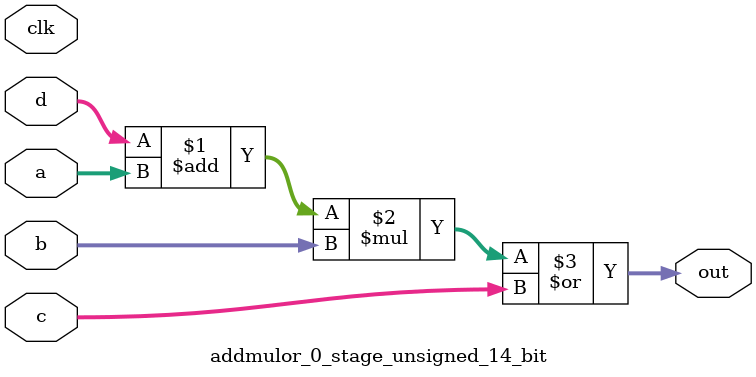
<source format=sv>
(* use_dsp = "yes" *) module addmulor_0_stage_unsigned_14_bit(
	input  [13:0] a,
	input  [13:0] b,
	input  [13:0] c,
	input  [13:0] d,
	output [13:0] out,
	input clk);

	assign out = ((d + a) * b) | c;
endmodule

</source>
